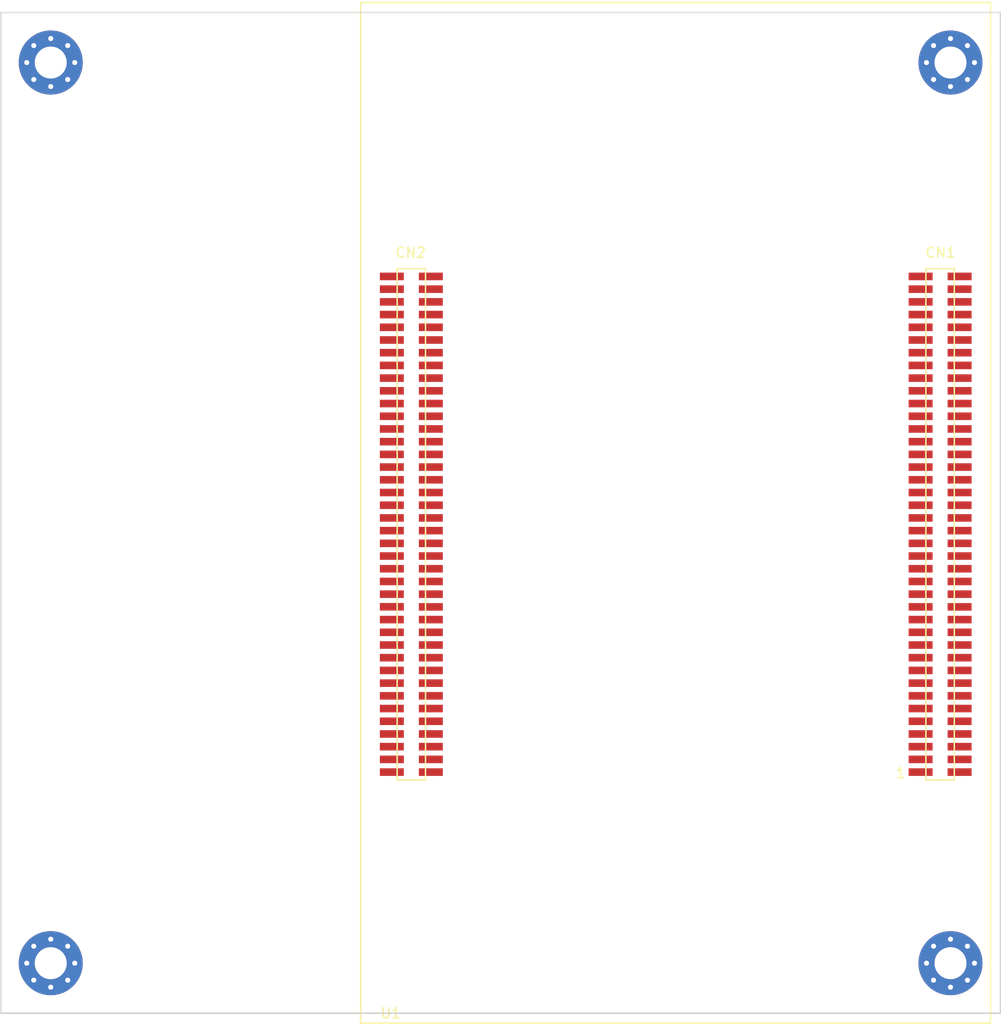
<source format=kicad_pcb>
(kicad_pcb (version 4) (host pcbnew 4.0.5-e0-6337~49~ubuntu16.04.1)

  (general
    (links 24)
    (no_connects 24)
    (area 83.924999 41.924999 184.075001 142.075001)
    (thickness 1.6)
    (drawings 4)
    (tracks 0)
    (zones 0)
    (modules 5)
    (nets 137)
  )

  (page A4)
  (layers
    (0 F.Cu signal)
    (31 B.Cu signal)
    (32 B.Adhes user)
    (33 F.Adhes user)
    (34 B.Paste user)
    (35 F.Paste user)
    (36 B.SilkS user)
    (37 F.SilkS user)
    (38 B.Mask user)
    (39 F.Mask user)
    (40 Dwgs.User user)
    (41 Cmts.User user)
    (42 Eco1.User user)
    (43 Eco2.User user)
    (44 Edge.Cuts user)
    (45 Margin user)
    (46 B.CrtYd user)
    (47 F.CrtYd user)
    (48 B.Fab user)
    (49 F.Fab user)
  )

  (setup
    (last_trace_width 0.25)
    (trace_clearance 0.2)
    (zone_clearance 0.508)
    (zone_45_only no)
    (trace_min 0.2)
    (segment_width 0.2)
    (edge_width 0.15)
    (via_size 0.6)
    (via_drill 0.4)
    (via_min_size 0.4)
    (via_min_drill 0.3)
    (uvia_size 0.3)
    (uvia_drill 0.1)
    (uvias_allowed no)
    (uvia_min_size 0.2)
    (uvia_min_drill 0.1)
    (pcb_text_width 0.3)
    (pcb_text_size 1.5 1.5)
    (mod_edge_width 0.15)
    (mod_text_size 1 1)
    (mod_text_width 0.15)
    (pad_size 6.4 6.4)
    (pad_drill 3.2)
    (pad_to_mask_clearance 0.2)
    (aux_axis_origin 0 0)
    (visible_elements FFFFFF7F)
    (pcbplotparams
      (layerselection 0x00030_80000001)
      (usegerberextensions false)
      (excludeedgelayer true)
      (linewidth 0.100000)
      (plotframeref false)
      (viasonmask false)
      (mode 1)
      (useauxorigin false)
      (hpglpennumber 1)
      (hpglpenspeed 20)
      (hpglpendiameter 15)
      (hpglpenoverlay 2)
      (psnegative false)
      (psa4output false)
      (plotreference true)
      (plotvalue true)
      (plotinvisibletext false)
      (padsonsilk false)
      (subtractmaskfromsilk false)
      (outputformat 1)
      (mirror false)
      (drillshape 1)
      (scaleselection 1)
      (outputdirectory ""))
  )

  (net 0 "")
  (net 1 "Net-(U1-Pad159)")
  (net 2 GND)
  (net 3 "Net-(U1-Pad157)")
  (net 4 "Net-(U1-Pad158)")
  (net 5 "Net-(U1-Pad155)")
  (net 6 "Net-(U1-Pad156)")
  (net 7 "Net-(U1-Pad153)")
  (net 8 "Net-(U1-Pad154)")
  (net 9 "Net-(U1-Pad152)")
  (net 10 "Net-(U1-Pad149)")
  (net 11 "Net-(U1-Pad147)")
  (net 12 "Net-(U1-Pad148)")
  (net 13 "Net-(U1-Pad145)")
  (net 14 "Net-(U1-Pad146)")
  (net 15 "Net-(U1-Pad143)")
  (net 16 "Net-(U1-Pad144)")
  (net 17 "Net-(U1-Pad142)")
  (net 18 "Net-(U1-Pad139)")
  (net 19 "Net-(U1-Pad137)")
  (net 20 "Net-(U1-Pad138)")
  (net 21 "Net-(U1-Pad135)")
  (net 22 "Net-(U1-Pad136)")
  (net 23 "Net-(U1-Pad133)")
  (net 24 "Net-(U1-Pad134)")
  (net 25 "Net-(U1-Pad131)")
  (net 26 "Net-(U1-Pad132)")
  (net 27 "Net-(U1-Pad129)")
  (net 28 "Net-(U1-Pad127)")
  (net 29 "Net-(U1-Pad128)")
  (net 30 "Net-(U1-Pad125)")
  (net 31 "Net-(U1-Pad126)")
  (net 32 "Net-(U1-Pad123)")
  (net 33 "Net-(U1-Pad124)")
  (net 34 "Net-(U1-Pad122)")
  (net 35 "Net-(U1-Pad119)")
  (net 36 "Net-(U1-Pad117)")
  (net 37 "Net-(U1-Pad118)")
  (net 38 "Net-(U1-Pad115)")
  (net 39 "Net-(U1-Pad116)")
  (net 40 "Net-(U1-Pad113)")
  (net 41 "Net-(U1-Pad114)")
  (net 42 "Net-(U1-Pad112)")
  (net 43 "Net-(U1-Pad109)")
  (net 44 "Net-(U1-Pad107)")
  (net 45 "Net-(U1-Pad108)")
  (net 46 "Net-(U1-Pad105)")
  (net 47 "Net-(U1-Pad106)")
  (net 48 "Net-(U1-Pad104)")
  (net 49 "Net-(U1-Pad102)")
  (net 50 "Net-(U1-Pad99)")
  (net 51 "Net-(U1-Pad97)")
  (net 52 "Net-(U1-Pad98)")
  (net 53 "Net-(U1-Pad95)")
  (net 54 "Net-(U1-Pad96)")
  (net 55 "Net-(U1-Pad93)")
  (net 56 "Net-(U1-Pad94)")
  (net 57 "Net-(U1-Pad91)")
  (net 58 "Net-(U1-Pad92)")
  (net 59 "Net-(U1-Pad89)")
  (net 60 "Net-(U1-Pad87)")
  (net 61 "Net-(U1-Pad88)")
  (net 62 "Net-(U1-Pad85)")
  (net 63 "Net-(U1-Pad86)")
  (net 64 "Net-(U1-Pad83)")
  (net 65 "Net-(U1-Pad81)")
  (net 66 "Net-(U1-Pad79)")
  (net 67 "Net-(U1-Pad80)")
  (net 68 "Net-(U1-Pad77)")
  (net 69 "Net-(U1-Pad78)")
  (net 70 "Net-(U1-Pad75)")
  (net 71 "Net-(U1-Pad76)")
  (net 72 "Net-(U1-Pad73)")
  (net 73 "Net-(U1-Pad74)")
  (net 74 "Net-(U1-Pad71)")
  (net 75 "Net-(U1-Pad72)")
  (net 76 "Net-(U1-Pad69)")
  (net 77 "Net-(U1-Pad70)")
  (net 78 "Net-(U1-Pad65)")
  (net 79 "Net-(U1-Pad66)")
  (net 80 "Net-(U1-Pad63)")
  (net 81 "Net-(U1-Pad64)")
  (net 82 "Net-(U1-Pad61)")
  (net 83 "Net-(U1-Pad62)")
  (net 84 "Net-(U1-Pad59)")
  (net 85 "Net-(U1-Pad60)")
  (net 86 "Net-(U1-Pad57)")
  (net 87 "Net-(U1-Pad58)")
  (net 88 "Net-(U1-Pad55)")
  (net 89 "Net-(U1-Pad56)")
  (net 90 "Net-(U1-Pad53)")
  (net 91 "Net-(U1-Pad51)")
  (net 92 "Net-(U1-Pad52)")
  (net 93 "Net-(U1-Pad49)")
  (net 94 "Net-(U1-Pad50)")
  (net 95 "Net-(U1-Pad47)")
  (net 96 "Net-(U1-Pad48)")
  (net 97 "Net-(U1-Pad45)")
  (net 98 "Net-(U1-Pad46)")
  (net 99 "Net-(U1-Pad43)")
  (net 100 "Net-(U1-Pad41)")
  (net 101 "Net-(U1-Pad42)")
  (net 102 "Net-(U1-Pad39)")
  (net 103 "Net-(U1-Pad40)")
  (net 104 "Net-(U1-Pad37)")
  (net 105 "Net-(U1-Pad38)")
  (net 106 "Net-(U1-Pad36)")
  (net 107 "Net-(U1-Pad33)")
  (net 108 "Net-(U1-Pad31)")
  (net 109 "Net-(U1-Pad32)")
  (net 110 "Net-(U1-Pad29)")
  (net 111 "Net-(U1-Pad30)")
  (net 112 "Net-(U1-Pad27)")
  (net 113 "Net-(U1-Pad28)")
  (net 114 "Net-(U1-Pad23)")
  (net 115 "Net-(U1-Pad21)")
  (net 116 "Net-(U1-Pad22)")
  (net 117 "Net-(U1-Pad19)")
  (net 118 "Net-(U1-Pad20)")
  (net 119 "Net-(U1-Pad17)")
  (net 120 "Net-(U1-Pad18)")
  (net 121 "Net-(U1-Pad16)")
  (net 122 "Net-(U1-Pad13)")
  (net 123 "Net-(U1-Pad14)")
  (net 124 "Net-(U1-Pad11)")
  (net 125 "Net-(U1-Pad12)")
  (net 126 "Net-(U1-Pad9)")
  (net 127 "Net-(U1-Pad10)")
  (net 128 "Net-(U1-Pad7)")
  (net 129 "Net-(U1-Pad8)")
  (net 130 "Net-(U1-Pad5)")
  (net 131 "Net-(U1-Pad6)")
  (net 132 "Net-(U1-Pad3)")
  (net 133 "Net-(U1-Pad1)")
  (net 134 "Net-(U1-Pad103)")
  (net 135 "Net-(U1-Pad26)")
  (net 136 "Net-(U1-Pad15)")

  (net_class Default "This is the default net class."
    (clearance 0.2)
    (trace_width 0.25)
    (via_dia 0.6)
    (via_drill 0.4)
    (uvia_dia 0.3)
    (uvia_drill 0.1)
    (add_net GND)
    (add_net "Net-(U1-Pad1)")
    (add_net "Net-(U1-Pad10)")
    (add_net "Net-(U1-Pad102)")
    (add_net "Net-(U1-Pad103)")
    (add_net "Net-(U1-Pad104)")
    (add_net "Net-(U1-Pad105)")
    (add_net "Net-(U1-Pad106)")
    (add_net "Net-(U1-Pad107)")
    (add_net "Net-(U1-Pad108)")
    (add_net "Net-(U1-Pad109)")
    (add_net "Net-(U1-Pad11)")
    (add_net "Net-(U1-Pad112)")
    (add_net "Net-(U1-Pad113)")
    (add_net "Net-(U1-Pad114)")
    (add_net "Net-(U1-Pad115)")
    (add_net "Net-(U1-Pad116)")
    (add_net "Net-(U1-Pad117)")
    (add_net "Net-(U1-Pad118)")
    (add_net "Net-(U1-Pad119)")
    (add_net "Net-(U1-Pad12)")
    (add_net "Net-(U1-Pad122)")
    (add_net "Net-(U1-Pad123)")
    (add_net "Net-(U1-Pad124)")
    (add_net "Net-(U1-Pad125)")
    (add_net "Net-(U1-Pad126)")
    (add_net "Net-(U1-Pad127)")
    (add_net "Net-(U1-Pad128)")
    (add_net "Net-(U1-Pad129)")
    (add_net "Net-(U1-Pad13)")
    (add_net "Net-(U1-Pad131)")
    (add_net "Net-(U1-Pad132)")
    (add_net "Net-(U1-Pad133)")
    (add_net "Net-(U1-Pad134)")
    (add_net "Net-(U1-Pad135)")
    (add_net "Net-(U1-Pad136)")
    (add_net "Net-(U1-Pad137)")
    (add_net "Net-(U1-Pad138)")
    (add_net "Net-(U1-Pad139)")
    (add_net "Net-(U1-Pad14)")
    (add_net "Net-(U1-Pad142)")
    (add_net "Net-(U1-Pad143)")
    (add_net "Net-(U1-Pad144)")
    (add_net "Net-(U1-Pad145)")
    (add_net "Net-(U1-Pad146)")
    (add_net "Net-(U1-Pad147)")
    (add_net "Net-(U1-Pad148)")
    (add_net "Net-(U1-Pad149)")
    (add_net "Net-(U1-Pad15)")
    (add_net "Net-(U1-Pad152)")
    (add_net "Net-(U1-Pad153)")
    (add_net "Net-(U1-Pad154)")
    (add_net "Net-(U1-Pad155)")
    (add_net "Net-(U1-Pad156)")
    (add_net "Net-(U1-Pad157)")
    (add_net "Net-(U1-Pad158)")
    (add_net "Net-(U1-Pad159)")
    (add_net "Net-(U1-Pad16)")
    (add_net "Net-(U1-Pad17)")
    (add_net "Net-(U1-Pad18)")
    (add_net "Net-(U1-Pad19)")
    (add_net "Net-(U1-Pad20)")
    (add_net "Net-(U1-Pad21)")
    (add_net "Net-(U1-Pad22)")
    (add_net "Net-(U1-Pad23)")
    (add_net "Net-(U1-Pad26)")
    (add_net "Net-(U1-Pad27)")
    (add_net "Net-(U1-Pad28)")
    (add_net "Net-(U1-Pad29)")
    (add_net "Net-(U1-Pad3)")
    (add_net "Net-(U1-Pad30)")
    (add_net "Net-(U1-Pad31)")
    (add_net "Net-(U1-Pad32)")
    (add_net "Net-(U1-Pad33)")
    (add_net "Net-(U1-Pad36)")
    (add_net "Net-(U1-Pad37)")
    (add_net "Net-(U1-Pad38)")
    (add_net "Net-(U1-Pad39)")
    (add_net "Net-(U1-Pad40)")
    (add_net "Net-(U1-Pad41)")
    (add_net "Net-(U1-Pad42)")
    (add_net "Net-(U1-Pad43)")
    (add_net "Net-(U1-Pad45)")
    (add_net "Net-(U1-Pad46)")
    (add_net "Net-(U1-Pad47)")
    (add_net "Net-(U1-Pad48)")
    (add_net "Net-(U1-Pad49)")
    (add_net "Net-(U1-Pad5)")
    (add_net "Net-(U1-Pad50)")
    (add_net "Net-(U1-Pad51)")
    (add_net "Net-(U1-Pad52)")
    (add_net "Net-(U1-Pad53)")
    (add_net "Net-(U1-Pad55)")
    (add_net "Net-(U1-Pad56)")
    (add_net "Net-(U1-Pad57)")
    (add_net "Net-(U1-Pad58)")
    (add_net "Net-(U1-Pad59)")
    (add_net "Net-(U1-Pad6)")
    (add_net "Net-(U1-Pad60)")
    (add_net "Net-(U1-Pad61)")
    (add_net "Net-(U1-Pad62)")
    (add_net "Net-(U1-Pad63)")
    (add_net "Net-(U1-Pad64)")
    (add_net "Net-(U1-Pad65)")
    (add_net "Net-(U1-Pad66)")
    (add_net "Net-(U1-Pad69)")
    (add_net "Net-(U1-Pad7)")
    (add_net "Net-(U1-Pad70)")
    (add_net "Net-(U1-Pad71)")
    (add_net "Net-(U1-Pad72)")
    (add_net "Net-(U1-Pad73)")
    (add_net "Net-(U1-Pad74)")
    (add_net "Net-(U1-Pad75)")
    (add_net "Net-(U1-Pad76)")
    (add_net "Net-(U1-Pad77)")
    (add_net "Net-(U1-Pad78)")
    (add_net "Net-(U1-Pad79)")
    (add_net "Net-(U1-Pad8)")
    (add_net "Net-(U1-Pad80)")
    (add_net "Net-(U1-Pad81)")
    (add_net "Net-(U1-Pad83)")
    (add_net "Net-(U1-Pad85)")
    (add_net "Net-(U1-Pad86)")
    (add_net "Net-(U1-Pad87)")
    (add_net "Net-(U1-Pad88)")
    (add_net "Net-(U1-Pad89)")
    (add_net "Net-(U1-Pad9)")
    (add_net "Net-(U1-Pad91)")
    (add_net "Net-(U1-Pad92)")
    (add_net "Net-(U1-Pad93)")
    (add_net "Net-(U1-Pad94)")
    (add_net "Net-(U1-Pad95)")
    (add_net "Net-(U1-Pad96)")
    (add_net "Net-(U1-Pad97)")
    (add_net "Net-(U1-Pad98)")
    (add_net "Net-(U1-Pad99)")
  )

  (module Mounting_Holes:MountingHole_3.2mm_M3_Pad_Via (layer F.Cu) (tedit 58B43607) (tstamp 58B4363C)
    (at 89 47)
    (descr "Mounting Hole 3.2mm, M3")
    (tags "mounting hole 3.2mm m3")
    (fp_text reference REF** (at 0 -4.2) (layer F.SilkS) hide
      (effects (font (size 1 1) (thickness 0.15)))
    )
    (fp_text value MountingHole_3.2mm_M3_Pad_Via (at 0 4.2) (layer F.Fab) hide
      (effects (font (size 1 1) (thickness 0.15)))
    )
    (fp_circle (center 0 0) (end 3.2 0) (layer Cmts.User) (width 0.15))
    (fp_circle (center 0 0) (end 3.45 0) (layer F.CrtYd) (width 0.05))
    (pad 1 thru_hole circle (at 0 0) (size 6.4 6.4) (drill 3.2) (layers *.Cu *.Mask))
    (pad "" thru_hole circle (at 2.4 0) (size 0.6 0.6) (drill 0.5) (layers *.Cu *.Mask))
    (pad "" thru_hole circle (at 1.697056 1.697056) (size 0.6 0.6) (drill 0.5) (layers *.Cu *.Mask))
    (pad "" thru_hole circle (at 0 2.4) (size 0.6 0.6) (drill 0.5) (layers *.Cu *.Mask))
    (pad "" thru_hole circle (at -1.697056 1.697056) (size 0.6 0.6) (drill 0.5) (layers *.Cu *.Mask))
    (pad "" thru_hole circle (at -2.4 0) (size 0.6 0.6) (drill 0.5) (layers *.Cu *.Mask))
    (pad "" thru_hole circle (at -1.697056 -1.697056) (size 0.6 0.6) (drill 0.5) (layers *.Cu *.Mask))
    (pad "" thru_hole circle (at 0 -2.4) (size 0.6 0.6) (drill 0.5) (layers *.Cu *.Mask))
    (pad "" thru_hole circle (at 1.697056 -1.697056) (size 0.6 0.6) (drill 0.5) (layers *.Cu *.Mask))
  )

  (module Mounting_Holes:MountingHole_3.2mm_M3_Pad_Via (layer F.Cu) (tedit 58B43607) (tstamp 58B4362E)
    (at 179 137)
    (descr "Mounting Hole 3.2mm, M3")
    (tags "mounting hole 3.2mm m3")
    (fp_text reference REF** (at 0 -4.2) (layer F.SilkS) hide
      (effects (font (size 1 1) (thickness 0.15)))
    )
    (fp_text value MountingHole_3.2mm_M3_Pad_Via (at 0 4.2) (layer F.Fab) hide
      (effects (font (size 1 1) (thickness 0.15)))
    )
    (fp_circle (center 0 0) (end 3.2 0) (layer Cmts.User) (width 0.15))
    (fp_circle (center 0 0) (end 3.45 0) (layer F.CrtYd) (width 0.05))
    (pad 1 thru_hole circle (at 0 0) (size 6.4 6.4) (drill 3.2) (layers *.Cu *.Mask))
    (pad "" thru_hole circle (at 2.4 0) (size 0.6 0.6) (drill 0.5) (layers *.Cu *.Mask))
    (pad "" thru_hole circle (at 1.697056 1.697056) (size 0.6 0.6) (drill 0.5) (layers *.Cu *.Mask))
    (pad "" thru_hole circle (at 0 2.4) (size 0.6 0.6) (drill 0.5) (layers *.Cu *.Mask))
    (pad "" thru_hole circle (at -1.697056 1.697056) (size 0.6 0.6) (drill 0.5) (layers *.Cu *.Mask))
    (pad "" thru_hole circle (at -2.4 0) (size 0.6 0.6) (drill 0.5) (layers *.Cu *.Mask))
    (pad "" thru_hole circle (at -1.697056 -1.697056) (size 0.6 0.6) (drill 0.5) (layers *.Cu *.Mask))
    (pad "" thru_hole circle (at 0 -2.4) (size 0.6 0.6) (drill 0.5) (layers *.Cu *.Mask))
    (pad "" thru_hole circle (at 1.697056 -1.697056) (size 0.6 0.6) (drill 0.5) (layers *.Cu *.Mask))
  )

  (module Mounting_Holes:MountingHole_3.2mm_M3_Pad_Via (layer F.Cu) (tedit 58B43607) (tstamp 58B43620)
    (at 179 47)
    (descr "Mounting Hole 3.2mm, M3")
    (tags "mounting hole 3.2mm m3")
    (fp_text reference REF** (at 0 -4.2) (layer F.SilkS) hide
      (effects (font (size 1 1) (thickness 0.15)))
    )
    (fp_text value MountingHole_3.2mm_M3_Pad_Via (at 0 4.2) (layer F.Fab) hide
      (effects (font (size 1 1) (thickness 0.15)))
    )
    (fp_circle (center 0 0) (end 3.2 0) (layer Cmts.User) (width 0.15))
    (fp_circle (center 0 0) (end 3.45 0) (layer F.CrtYd) (width 0.05))
    (pad 1 thru_hole circle (at 0 0) (size 6.4 6.4) (drill 3.2) (layers *.Cu *.Mask))
    (pad "" thru_hole circle (at 2.4 0) (size 0.6 0.6) (drill 0.5) (layers *.Cu *.Mask))
    (pad "" thru_hole circle (at 1.697056 1.697056) (size 0.6 0.6) (drill 0.5) (layers *.Cu *.Mask))
    (pad "" thru_hole circle (at 0 2.4) (size 0.6 0.6) (drill 0.5) (layers *.Cu *.Mask))
    (pad "" thru_hole circle (at -1.697056 1.697056) (size 0.6 0.6) (drill 0.5) (layers *.Cu *.Mask))
    (pad "" thru_hole circle (at -2.4 0) (size 0.6 0.6) (drill 0.5) (layers *.Cu *.Mask))
    (pad "" thru_hole circle (at -1.697056 -1.697056) (size 0.6 0.6) (drill 0.5) (layers *.Cu *.Mask))
    (pad "" thru_hole circle (at 0 -2.4) (size 0.6 0.6) (drill 0.5) (layers *.Cu *.Mask))
    (pad "" thru_hole circle (at 1.697056 -1.697056) (size 0.6 0.6) (drill 0.5) (layers *.Cu *.Mask))
  )

  (module Z-turn:Z-turn (layer F.Cu) (tedit 58B430F2) (tstamp 58B44328)
    (at 120 41)
    (path /58AFFA5C/58AFFAB6)
    (fp_text reference U1 (at 3 101) (layer F.SilkS)
      (effects (font (size 1 1) (thickness 0.15)))
    )
    (fp_text value Z-turn (at 3 99) (layer F.Fab)
      (effects (font (size 1 1) (thickness 0.15)))
    )
    (fp_text user 1 (at 54 77) (layer F.SilkS)
      (effects (font (size 1 1) (thickness 0.15)))
    )
    (fp_line (start 56.54 26.59) (end 59.38 26.59) (layer F.SilkS) (width 0.15))
    (fp_line (start 59.38 26.59) (end 59.38 77.69) (layer F.SilkS) (width 0.15))
    (fp_line (start 56.54 77.69) (end 59.38 77.69) (layer F.SilkS) (width 0.15))
    (fp_line (start 56.54 26.59) (end 56.54 77.69) (layer F.SilkS) (width 0.15))
    (fp_line (start 3.65 26.59) (end 6.49 26.59) (layer F.SilkS) (width 0.15))
    (fp_line (start 6.49 26.59) (end 6.49 77.69) (layer F.SilkS) (width 0.15))
    (fp_line (start 3.65 77.69) (end 6.49 77.69) (layer F.SilkS) (width 0.15))
    (fp_line (start 3.65 26.59) (end 3.65 77.69) (layer F.SilkS) (width 0.15))
    (fp_text user CN1 (at 58 25) (layer F.SilkS)
      (effects (font (size 1 1) (thickness 0.15)))
    )
    (fp_text user CN2 (at 5 25) (layer F.SilkS)
      (effects (font (size 1 1) (thickness 0.15)))
    )
    (fp_line (start 0 0) (end 63 0) (layer F.SilkS) (width 0.15))
    (fp_line (start 63 0) (end 63 102) (layer F.SilkS) (width 0.15))
    (fp_line (start 63 102) (end 0 102) (layer F.SilkS) (width 0.15))
    (fp_line (start 0 102) (end 0 0) (layer F.SilkS) (width 0.15))
    (pad 159 smd rect (at 3.12 27.375) (size 2.4 0.76) (layers F.Cu F.Paste F.Mask)
      (net 1 "Net-(U1-Pad159)"))
    (pad 160 smd rect (at 7.02 27.375) (size 2.4 0.76) (layers F.Cu F.Paste F.Mask)
      (net 2 GND))
    (pad 157 smd rect (at 3.12 28.645) (size 2.4 0.76) (layers F.Cu F.Paste F.Mask)
      (net 3 "Net-(U1-Pad157)"))
    (pad 158 smd rect (at 7.02 28.645) (size 2.4 0.76) (layers F.Cu F.Paste F.Mask)
      (net 4 "Net-(U1-Pad158)"))
    (pad 155 smd rect (at 3.12 29.915) (size 2.4 0.76) (layers F.Cu F.Paste F.Mask)
      (net 5 "Net-(U1-Pad155)"))
    (pad 156 smd rect (at 7.02 29.915) (size 2.4 0.76) (layers F.Cu F.Paste F.Mask)
      (net 6 "Net-(U1-Pad156)"))
    (pad 153 smd rect (at 3.12 31.185) (size 2.4 0.76) (layers F.Cu F.Paste F.Mask)
      (net 7 "Net-(U1-Pad153)"))
    (pad 154 smd rect (at 7.02 31.185) (size 2.4 0.76) (layers F.Cu F.Paste F.Mask)
      (net 8 "Net-(U1-Pad154)"))
    (pad 151 smd rect (at 3.12 32.455) (size 2.4 0.76) (layers F.Cu F.Paste F.Mask)
      (net 2 GND))
    (pad 152 smd rect (at 7.02 32.455) (size 2.4 0.76) (layers F.Cu F.Paste F.Mask)
      (net 9 "Net-(U1-Pad152)"))
    (pad 149 smd rect (at 3.12 33.725) (size 2.4 0.76) (layers F.Cu F.Paste F.Mask)
      (net 10 "Net-(U1-Pad149)"))
    (pad 150 smd rect (at 7.02 33.725) (size 2.4 0.76) (layers F.Cu F.Paste F.Mask)
      (net 2 GND))
    (pad 147 smd rect (at 3.12 34.995) (size 2.4 0.76) (layers F.Cu F.Paste F.Mask)
      (net 11 "Net-(U1-Pad147)"))
    (pad 148 smd rect (at 7.02 34.995) (size 2.4 0.76) (layers F.Cu F.Paste F.Mask)
      (net 12 "Net-(U1-Pad148)"))
    (pad 145 smd rect (at 3.12 36.265) (size 2.4 0.76) (layers F.Cu F.Paste F.Mask)
      (net 13 "Net-(U1-Pad145)"))
    (pad 146 smd rect (at 7.02 36.265) (size 2.4 0.76) (layers F.Cu F.Paste F.Mask)
      (net 14 "Net-(U1-Pad146)"))
    (pad 143 smd rect (at 3.12 37.535) (size 2.4 0.76) (layers F.Cu F.Paste F.Mask)
      (net 15 "Net-(U1-Pad143)"))
    (pad 144 smd rect (at 7.02 37.535) (size 2.4 0.76) (layers F.Cu F.Paste F.Mask)
      (net 16 "Net-(U1-Pad144)"))
    (pad 141 smd rect (at 3.12 38.805) (size 2.4 0.76) (layers F.Cu F.Paste F.Mask)
      (net 2 GND))
    (pad 142 smd rect (at 7.02 38.805) (size 2.4 0.76) (layers F.Cu F.Paste F.Mask)
      (net 17 "Net-(U1-Pad142)"))
    (pad 139 smd rect (at 3.12 40.075) (size 2.4 0.76) (layers F.Cu F.Paste F.Mask)
      (net 18 "Net-(U1-Pad139)"))
    (pad 140 smd rect (at 7.02 40.075) (size 2.4 0.76) (layers F.Cu F.Paste F.Mask)
      (net 2 GND))
    (pad 137 smd rect (at 3.12 41.345) (size 2.4 0.76) (layers F.Cu F.Paste F.Mask)
      (net 19 "Net-(U1-Pad137)"))
    (pad 138 smd rect (at 7.02 41.345) (size 2.4 0.76) (layers F.Cu F.Paste F.Mask)
      (net 20 "Net-(U1-Pad138)"))
    (pad 135 smd rect (at 3.12 42.615) (size 2.4 0.76) (layers F.Cu F.Paste F.Mask)
      (net 21 "Net-(U1-Pad135)"))
    (pad 136 smd rect (at 7.02 42.615) (size 2.4 0.76) (layers F.Cu F.Paste F.Mask)
      (net 22 "Net-(U1-Pad136)"))
    (pad 133 smd rect (at 3.12 43.885) (size 2.4 0.76) (layers F.Cu F.Paste F.Mask)
      (net 23 "Net-(U1-Pad133)"))
    (pad 134 smd rect (at 7.02 43.885) (size 2.4 0.76) (layers F.Cu F.Paste F.Mask)
      (net 24 "Net-(U1-Pad134)"))
    (pad 131 smd rect (at 3.12 45.155) (size 2.4 0.76) (layers F.Cu F.Paste F.Mask)
      (net 25 "Net-(U1-Pad131)"))
    (pad 132 smd rect (at 7.02 45.155) (size 2.4 0.76) (layers F.Cu F.Paste F.Mask)
      (net 26 "Net-(U1-Pad132)"))
    (pad 129 smd rect (at 3.12 46.425) (size 2.4 0.76) (layers F.Cu F.Paste F.Mask)
      (net 27 "Net-(U1-Pad129)"))
    (pad 130 smd rect (at 7.02 46.425) (size 2.4 0.76) (layers F.Cu F.Paste F.Mask)
      (net 2 GND))
    (pad 127 smd rect (at 3.12 47.695) (size 2.4 0.76) (layers F.Cu F.Paste F.Mask)
      (net 28 "Net-(U1-Pad127)"))
    (pad 128 smd rect (at 7.02 47.695) (size 2.4 0.76) (layers F.Cu F.Paste F.Mask)
      (net 29 "Net-(U1-Pad128)"))
    (pad 125 smd rect (at 3.12 48.965) (size 2.4 0.76) (layers F.Cu F.Paste F.Mask)
      (net 30 "Net-(U1-Pad125)"))
    (pad 126 smd rect (at 7.02 48.965) (size 2.4 0.76) (layers F.Cu F.Paste F.Mask)
      (net 31 "Net-(U1-Pad126)"))
    (pad 123 smd rect (at 3.12 50.235) (size 2.4 0.76) (layers F.Cu F.Paste F.Mask)
      (net 32 "Net-(U1-Pad123)"))
    (pad 124 smd rect (at 7.02 50.235) (size 2.4 0.76) (layers F.Cu F.Paste F.Mask)
      (net 33 "Net-(U1-Pad124)"))
    (pad 121 smd rect (at 3.12 51.505) (size 2.4 0.76) (layers F.Cu F.Paste F.Mask)
      (net 2 GND))
    (pad 122 smd rect (at 7.02 51.505) (size 2.4 0.76) (layers F.Cu F.Paste F.Mask)
      (net 34 "Net-(U1-Pad122)"))
    (pad 119 smd rect (at 3.12 52.775) (size 2.4 0.76) (layers F.Cu F.Paste F.Mask)
      (net 35 "Net-(U1-Pad119)"))
    (pad 120 smd rect (at 7.02 52.775) (size 2.4 0.76) (layers F.Cu F.Paste F.Mask)
      (net 2 GND))
    (pad 117 smd rect (at 3.12 54.045) (size 2.4 0.76) (layers F.Cu F.Paste F.Mask)
      (net 36 "Net-(U1-Pad117)"))
    (pad 118 smd rect (at 7.02 54.045) (size 2.4 0.76) (layers F.Cu F.Paste F.Mask)
      (net 37 "Net-(U1-Pad118)"))
    (pad 115 smd rect (at 3.12 55.315) (size 2.4 0.76) (layers F.Cu F.Paste F.Mask)
      (net 38 "Net-(U1-Pad115)"))
    (pad 116 smd rect (at 7.02 55.315) (size 2.4 0.76) (layers F.Cu F.Paste F.Mask)
      (net 39 "Net-(U1-Pad116)"))
    (pad 113 smd rect (at 3.12 56.585) (size 2.4 0.76) (layers F.Cu F.Paste F.Mask)
      (net 40 "Net-(U1-Pad113)"))
    (pad 114 smd rect (at 7.02 56.585) (size 2.4 0.76) (layers F.Cu F.Paste F.Mask)
      (net 41 "Net-(U1-Pad114)"))
    (pad 111 smd rect (at 3.12 57.855) (size 2.4 0.76) (layers F.Cu F.Paste F.Mask)
      (net 2 GND))
    (pad 112 smd rect (at 7.02 57.855) (size 2.4 0.76) (layers F.Cu F.Paste F.Mask)
      (net 42 "Net-(U1-Pad112)"))
    (pad 109 smd rect (at 3.12 59.125) (size 2.4 0.76) (layers F.Cu F.Paste F.Mask)
      (net 43 "Net-(U1-Pad109)"))
    (pad 110 smd rect (at 7.02 59.125) (size 2.4 0.76) (layers F.Cu F.Paste F.Mask)
      (net 2 GND))
    (pad 107 smd rect (at 3.12 60.385) (size 2.4 0.76) (layers F.Cu F.Paste F.Mask)
      (net 44 "Net-(U1-Pad107)"))
    (pad 108 smd rect (at 7.02 60.395) (size 2.4 0.76) (layers F.Cu F.Paste F.Mask)
      (net 45 "Net-(U1-Pad108)"))
    (pad 105 smd rect (at 3.12 61.665) (size 2.4 0.76) (layers F.Cu F.Paste F.Mask)
      (net 46 "Net-(U1-Pad105)"))
    (pad 106 smd rect (at 7.02 61.665) (size 2.4 0.76) (layers F.Cu F.Paste F.Mask)
      (net 47 "Net-(U1-Pad106)"))
    (pad 103 smd rect (at 3.12 62.935) (size 2.4 0.76) (layers F.Cu F.Paste F.Mask)
      (net 134 "Net-(U1-Pad103)"))
    (pad 104 smd rect (at 7.02 62.935) (size 2.4 0.76) (layers F.Cu F.Paste F.Mask)
      (net 48 "Net-(U1-Pad104)"))
    (pad 101 smd rect (at 3.12 64.205) (size 2.4 0.76) (layers F.Cu F.Paste F.Mask)
      (net 2 GND))
    (pad 102 smd rect (at 7.02 64.205) (size 2.4 0.76) (layers F.Cu F.Paste F.Mask)
      (net 49 "Net-(U1-Pad102)"))
    (pad 99 smd rect (at 3.12 65.475) (size 2.4 0.76) (layers F.Cu F.Paste F.Mask)
      (net 50 "Net-(U1-Pad99)"))
    (pad 100 smd rect (at 7.02 65.475) (size 2.4 0.76) (layers F.Cu F.Paste F.Mask)
      (net 2 GND))
    (pad 97 smd rect (at 3.12 66.745) (size 2.4 0.76) (layers F.Cu F.Paste F.Mask)
      (net 51 "Net-(U1-Pad97)"))
    (pad 98 smd rect (at 7.02 66.745) (size 2.4 0.76) (layers F.Cu F.Paste F.Mask)
      (net 52 "Net-(U1-Pad98)"))
    (pad 95 smd rect (at 3.12 68.015) (size 2.4 0.76) (layers F.Cu F.Paste F.Mask)
      (net 53 "Net-(U1-Pad95)"))
    (pad 96 smd rect (at 7.02 68.015) (size 2.4 0.76) (layers F.Cu F.Paste F.Mask)
      (net 54 "Net-(U1-Pad96)"))
    (pad 93 smd rect (at 3.12 69.285) (size 2.4 0.76) (layers F.Cu F.Paste F.Mask)
      (net 55 "Net-(U1-Pad93)"))
    (pad 94 smd rect (at 7.02 69.285) (size 2.4 0.76) (layers F.Cu F.Paste F.Mask)
      (net 56 "Net-(U1-Pad94)"))
    (pad 91 smd rect (at 3.12 70.555) (size 2.4 0.76) (layers F.Cu F.Paste F.Mask)
      (net 57 "Net-(U1-Pad91)"))
    (pad 92 smd rect (at 7.02 70.555) (size 2.4 0.76) (layers F.Cu F.Paste F.Mask)
      (net 58 "Net-(U1-Pad92)"))
    (pad 89 smd rect (at 3.12 71.825) (size 2.4 0.76) (layers F.Cu F.Paste F.Mask)
      (net 59 "Net-(U1-Pad89)"))
    (pad 90 smd rect (at 7.02 71.825) (size 2.4 0.76) (layers F.Cu F.Paste F.Mask)
      (net 2 GND))
    (pad 87 smd rect (at 3.12 73.095) (size 2.4 0.76) (layers F.Cu F.Paste F.Mask)
      (net 60 "Net-(U1-Pad87)"))
    (pad 88 smd rect (at 7.02 73.095) (size 2.4 0.76) (layers F.Cu F.Paste F.Mask)
      (net 61 "Net-(U1-Pad88)"))
    (pad 85 smd rect (at 3.12 74.365) (size 2.4 0.76) (layers F.Cu F.Paste F.Mask)
      (net 62 "Net-(U1-Pad85)"))
    (pad 86 smd rect (at 7.02 74.365) (size 2.4 0.76) (layers F.Cu F.Paste F.Mask)
      (net 63 "Net-(U1-Pad86)"))
    (pad 83 smd rect (at 3.12 75.635) (size 2.4 0.76) (layers F.Cu F.Paste F.Mask)
      (net 64 "Net-(U1-Pad83)"))
    (pad 84 smd rect (at 7.02 75.635) (size 2.4 0.76) (layers F.Cu F.Paste F.Mask)
      (net 2 GND))
    (pad 81 smd rect (at 3.12 76.905) (size 2.4 0.76) (layers F.Cu F.Paste F.Mask)
      (net 65 "Net-(U1-Pad81)"))
    (pad 82 smd rect (at 7.02 76.905) (size 2.4 0.76) (layers F.Cu F.Paste F.Mask)
      (net 2 GND))
    (pad 79 smd rect (at 56.01 27.375) (size 2.4 0.76) (layers F.Cu F.Paste F.Mask)
      (net 66 "Net-(U1-Pad79)"))
    (pad 80 smd rect (at 59.91 27.375) (size 2.4 0.76) (layers F.Cu F.Paste F.Mask)
      (net 67 "Net-(U1-Pad80)"))
    (pad 77 smd rect (at 56.01 28.645) (size 2.4 0.76) (layers F.Cu F.Paste F.Mask)
      (net 68 "Net-(U1-Pad77)"))
    (pad 78 smd rect (at 59.91 28.645) (size 2.4 0.76) (layers F.Cu F.Paste F.Mask)
      (net 69 "Net-(U1-Pad78)"))
    (pad 75 smd rect (at 56.01 29.915) (size 2.4 0.76) (layers F.Cu F.Paste F.Mask)
      (net 70 "Net-(U1-Pad75)"))
    (pad 76 smd rect (at 59.91 29.915) (size 2.4 0.76) (layers F.Cu F.Paste F.Mask)
      (net 71 "Net-(U1-Pad76)"))
    (pad 73 smd rect (at 56.01 31.185) (size 2.4 0.76) (layers F.Cu F.Paste F.Mask)
      (net 72 "Net-(U1-Pad73)"))
    (pad 74 smd rect (at 59.91 31.185) (size 2.4 0.76) (layers F.Cu F.Paste F.Mask)
      (net 73 "Net-(U1-Pad74)"))
    (pad 71 smd rect (at 56.01 32.455) (size 2.4 0.76) (layers F.Cu F.Paste F.Mask)
      (net 74 "Net-(U1-Pad71)"))
    (pad 72 smd rect (at 59.91 32.455) (size 2.4 0.76) (layers F.Cu F.Paste F.Mask)
      (net 75 "Net-(U1-Pad72)"))
    (pad 69 smd rect (at 56.01 33.725) (size 2.4 0.76) (layers F.Cu F.Paste F.Mask)
      (net 76 "Net-(U1-Pad69)"))
    (pad 70 smd rect (at 59.91 33.725) (size 2.4 0.76) (layers F.Cu F.Paste F.Mask)
      (net 77 "Net-(U1-Pad70)"))
    (pad 67 smd rect (at 56.01 34.995) (size 2.4 0.76) (layers F.Cu F.Paste F.Mask)
      (net 2 GND))
    (pad 68 smd rect (at 59.91 34.995) (size 2.4 0.76) (layers F.Cu F.Paste F.Mask)
      (net 2 GND))
    (pad 65 smd rect (at 56.01 36.265) (size 2.4 0.76) (layers F.Cu F.Paste F.Mask)
      (net 78 "Net-(U1-Pad65)"))
    (pad 66 smd rect (at 59.91 36.265) (size 2.4 0.76) (layers F.Cu F.Paste F.Mask)
      (net 79 "Net-(U1-Pad66)"))
    (pad 63 smd rect (at 56.01 37.535) (size 2.4 0.76) (layers F.Cu F.Paste F.Mask)
      (net 80 "Net-(U1-Pad63)"))
    (pad 64 smd rect (at 59.91 37.535) (size 2.4 0.76) (layers F.Cu F.Paste F.Mask)
      (net 81 "Net-(U1-Pad64)"))
    (pad 61 smd rect (at 56.01 38.805) (size 2.4 0.76) (layers F.Cu F.Paste F.Mask)
      (net 82 "Net-(U1-Pad61)"))
    (pad 62 smd rect (at 59.91 38.805) (size 2.4 0.76) (layers F.Cu F.Paste F.Mask)
      (net 83 "Net-(U1-Pad62)"))
    (pad 59 smd rect (at 56.01 40.075) (size 2.4 0.76) (layers F.Cu F.Paste F.Mask)
      (net 84 "Net-(U1-Pad59)"))
    (pad 60 smd rect (at 59.91 40.075) (size 2.4 0.76) (layers F.Cu F.Paste F.Mask)
      (net 85 "Net-(U1-Pad60)"))
    (pad 57 smd rect (at 56.01 41.345) (size 2.4 0.76) (layers F.Cu F.Paste F.Mask)
      (net 86 "Net-(U1-Pad57)"))
    (pad 58 smd rect (at 59.91 41.345) (size 2.4 0.76) (layers F.Cu F.Paste F.Mask)
      (net 87 "Net-(U1-Pad58)"))
    (pad 55 smd rect (at 56.01 42.615) (size 2.4 0.76) (layers F.Cu F.Paste F.Mask)
      (net 88 "Net-(U1-Pad55)"))
    (pad 56 smd rect (at 59.91 42.615) (size 2.4 0.76) (layers F.Cu F.Paste F.Mask)
      (net 89 "Net-(U1-Pad56)"))
    (pad 53 smd rect (at 56.01 43.885) (size 2.4 0.76) (layers F.Cu F.Paste F.Mask)
      (net 90 "Net-(U1-Pad53)"))
    (pad 54 smd rect (at 59.91 43.885) (size 2.4 0.76) (layers F.Cu F.Paste F.Mask)
      (net 2 GND))
    (pad 51 smd rect (at 56.01 45.155) (size 2.4 0.76) (layers F.Cu F.Paste F.Mask)
      (net 91 "Net-(U1-Pad51)"))
    (pad 52 smd rect (at 59.91 45.155) (size 2.4 0.76) (layers F.Cu F.Paste F.Mask)
      (net 92 "Net-(U1-Pad52)"))
    (pad 49 smd rect (at 56.01 46.425) (size 2.4 0.76) (layers F.Cu F.Paste F.Mask)
      (net 93 "Net-(U1-Pad49)"))
    (pad 50 smd rect (at 59.91 46.425) (size 2.4 0.76) (layers F.Cu F.Paste F.Mask)
      (net 94 "Net-(U1-Pad50)"))
    (pad 47 smd rect (at 56.01 47.695) (size 2.4 0.76) (layers F.Cu F.Paste F.Mask)
      (net 95 "Net-(U1-Pad47)"))
    (pad 48 smd rect (at 59.91 47.695) (size 2.4 0.76) (layers F.Cu F.Paste F.Mask)
      (net 96 "Net-(U1-Pad48)"))
    (pad 45 smd rect (at 56.01 48.965) (size 2.4 0.76) (layers F.Cu F.Paste F.Mask)
      (net 97 "Net-(U1-Pad45)"))
    (pad 46 smd rect (at 59.91 48.965) (size 2.4 0.76) (layers F.Cu F.Paste F.Mask)
      (net 98 "Net-(U1-Pad46)"))
    (pad 43 smd rect (at 56.01 50.235) (size 2.4 0.76) (layers F.Cu F.Paste F.Mask)
      (net 99 "Net-(U1-Pad43)"))
    (pad 44 smd rect (at 59.91 50.235) (size 2.4 0.76) (layers F.Cu F.Paste F.Mask)
      (net 2 GND))
    (pad 41 smd rect (at 56.01 51.505) (size 2.4 0.76) (layers F.Cu F.Paste F.Mask)
      (net 100 "Net-(U1-Pad41)"))
    (pad 42 smd rect (at 59.91 51.505) (size 2.4 0.76) (layers F.Cu F.Paste F.Mask)
      (net 101 "Net-(U1-Pad42)"))
    (pad 39 smd rect (at 56.01 52.775) (size 2.4 0.76) (layers F.Cu F.Paste F.Mask)
      (net 102 "Net-(U1-Pad39)"))
    (pad 40 smd rect (at 59.91 52.775) (size 2.4 0.76) (layers F.Cu F.Paste F.Mask)
      (net 103 "Net-(U1-Pad40)"))
    (pad 37 smd rect (at 56.01 54.045) (size 2.4 0.76) (layers F.Cu F.Paste F.Mask)
      (net 104 "Net-(U1-Pad37)"))
    (pad 38 smd rect (at 59.91 54.045) (size 2.4 0.76) (layers F.Cu F.Paste F.Mask)
      (net 105 "Net-(U1-Pad38)"))
    (pad 35 smd rect (at 56.01 55.315) (size 2.4 0.76) (layers F.Cu F.Paste F.Mask)
      (net 2 GND))
    (pad 36 smd rect (at 59.91 55.315) (size 2.4 0.76) (layers F.Cu F.Paste F.Mask)
      (net 106 "Net-(U1-Pad36)"))
    (pad 33 smd rect (at 56.01 56.585) (size 2.4 0.76) (layers F.Cu F.Paste F.Mask)
      (net 107 "Net-(U1-Pad33)"))
    (pad 34 smd rect (at 59.91 56.585) (size 2.4 0.76) (layers F.Cu F.Paste F.Mask)
      (net 2 GND))
    (pad 31 smd rect (at 56.01 57.855) (size 2.4 0.76) (layers F.Cu F.Paste F.Mask)
      (net 108 "Net-(U1-Pad31)"))
    (pad 32 smd rect (at 59.91 57.855) (size 2.4 0.76) (layers F.Cu F.Paste F.Mask)
      (net 109 "Net-(U1-Pad32)"))
    (pad 29 smd rect (at 56.01 59.125) (size 2.4 0.76) (layers F.Cu F.Paste F.Mask)
      (net 110 "Net-(U1-Pad29)"))
    (pad 30 smd rect (at 59.91 59.125) (size 2.4 0.76) (layers F.Cu F.Paste F.Mask)
      (net 111 "Net-(U1-Pad30)"))
    (pad 27 smd rect (at 56.01 60.395) (size 2.4 0.76) (layers F.Cu F.Paste F.Mask)
      (net 112 "Net-(U1-Pad27)"))
    (pad 28 smd rect (at 59.91 60.395) (size 2.4 0.76) (layers F.Cu F.Paste F.Mask)
      (net 113 "Net-(U1-Pad28)"))
    (pad 25 smd rect (at 56.01 61.665) (size 2.4 0.76) (layers F.Cu F.Paste F.Mask)
      (net 2 GND))
    (pad 26 smd rect (at 59.91 61.665) (size 2.4 0.76) (layers F.Cu F.Paste F.Mask)
      (net 135 "Net-(U1-Pad26)"))
    (pad 23 smd rect (at 56.01 62.935) (size 2.4 0.76) (layers F.Cu F.Paste F.Mask)
      (net 114 "Net-(U1-Pad23)"))
    (pad 24 smd rect (at 59.91 62.935) (size 2.4 0.76) (layers F.Cu F.Paste F.Mask)
      (net 2 GND))
    (pad 21 smd rect (at 56.01 64.205) (size 2.4 0.76) (layers F.Cu F.Paste F.Mask)
      (net 115 "Net-(U1-Pad21)"))
    (pad 22 smd rect (at 59.91 64.205) (size 2.4 0.76) (layers F.Cu F.Paste F.Mask)
      (net 116 "Net-(U1-Pad22)"))
    (pad 19 smd rect (at 56.01 65.475) (size 2.4 0.76) (layers F.Cu F.Paste F.Mask)
      (net 117 "Net-(U1-Pad19)"))
    (pad 20 smd rect (at 59.91 65.475) (size 2.4 0.76) (layers F.Cu F.Paste F.Mask)
      (net 118 "Net-(U1-Pad20)"))
    (pad 17 smd rect (at 56.01 66.745) (size 2.4 0.76) (layers F.Cu F.Paste F.Mask)
      (net 119 "Net-(U1-Pad17)"))
    (pad 18 smd rect (at 59.91 66.745) (size 2.4 0.76) (layers F.Cu F.Paste F.Mask)
      (net 120 "Net-(U1-Pad18)"))
    (pad 15 smd rect (at 56.01 68.015) (size 2.4 0.76) (layers F.Cu F.Paste F.Mask)
      (net 136 "Net-(U1-Pad15)"))
    (pad 16 smd rect (at 59.91 68.015) (size 2.4 0.76) (layers F.Cu F.Paste F.Mask)
      (net 121 "Net-(U1-Pad16)"))
    (pad 13 smd rect (at 56.01 69.285) (size 2.4 0.76) (layers F.Cu F.Paste F.Mask)
      (net 122 "Net-(U1-Pad13)"))
    (pad 14 smd rect (at 59.91 69.285) (size 2.4 0.76) (layers F.Cu F.Paste F.Mask)
      (net 123 "Net-(U1-Pad14)"))
    (pad 11 smd rect (at 56.01 70.555) (size 2.4 0.76) (layers F.Cu F.Paste F.Mask)
      (net 124 "Net-(U1-Pad11)"))
    (pad 12 smd rect (at 59.91 70.555) (size 2.4 0.76) (layers F.Cu F.Paste F.Mask)
      (net 125 "Net-(U1-Pad12)"))
    (pad 9 smd rect (at 56.01 71.825) (size 2.4 0.76) (layers F.Cu F.Paste F.Mask)
      (net 126 "Net-(U1-Pad9)"))
    (pad 10 smd rect (at 59.91 71.825) (size 2.4 0.76) (layers F.Cu F.Paste F.Mask)
      (net 127 "Net-(U1-Pad10)"))
    (pad 7 smd rect (at 56.01 73.095) (size 2.4 0.76) (layers F.Cu F.Paste F.Mask)
      (net 128 "Net-(U1-Pad7)"))
    (pad 8 smd rect (at 59.91 73.095) (size 2.4 0.76) (layers F.Cu F.Paste F.Mask)
      (net 129 "Net-(U1-Pad8)"))
    (pad 5 smd rect (at 56.01 74.365) (size 2.4 0.76) (layers F.Cu F.Paste F.Mask)
      (net 130 "Net-(U1-Pad5)"))
    (pad 6 smd rect (at 59.91 74.365) (size 2.4 0.76) (layers F.Cu F.Paste F.Mask)
      (net 131 "Net-(U1-Pad6)"))
    (pad 3 smd rect (at 56.01 75.635) (size 2.4 0.76) (layers F.Cu F.Paste F.Mask)
      (net 132 "Net-(U1-Pad3)"))
    (pad 4 smd rect (at 59.91 75.635) (size 2.4 0.76) (layers F.Cu F.Paste F.Mask)
      (net 2 GND))
    (pad 1 smd rect (at 56.01 76.905) (size 2.4 0.76) (layers F.Cu F.Paste F.Mask)
      (net 133 "Net-(U1-Pad1)"))
    (pad 2 smd rect (at 59.91 76.905) (size 2.4 0.76) (layers F.Cu F.Paste F.Mask)
      (net 2 GND))
  )

  (module Mounting_Holes:MountingHole_3.2mm_M3_Pad_Via (layer F.Cu) (tedit 58B43636) (tstamp 58B44974)
    (at 89 137)
    (descr "Mounting Hole 3.2mm, M3")
    (tags "mounting hole 3.2mm m3")
    (fp_text reference REF** (at 0 -4.2) (layer F.SilkS) hide
      (effects (font (size 1 1) (thickness 0.15)))
    )
    (fp_text value MountingHole_3.2mm_M3_Pad_Via (at 0 4.2) (layer F.Fab) hide
      (effects (font (size 1 1) (thickness 0.15)))
    )
    (fp_circle (center 0 0) (end 3.2 0) (layer Cmts.User) (width 0.15))
    (fp_circle (center 0 0) (end 3.45 0) (layer F.CrtYd) (width 0.05))
    (pad 1 thru_hole circle (at 0 0) (size 6.4 6.4) (drill 3.2) (layers *.Cu *.Mask))
    (pad "" thru_hole circle (at 2.4 0) (size 0.6 0.6) (drill 0.5) (layers *.Cu *.Mask))
    (pad "" thru_hole circle (at 1.697056 1.697056) (size 0.6 0.6) (drill 0.5) (layers *.Cu *.Mask))
    (pad "" thru_hole circle (at 0 2.4) (size 0.6 0.6) (drill 0.5) (layers *.Cu *.Mask))
    (pad "" thru_hole circle (at -1.697056 1.697056) (size 0.6 0.6) (drill 0.5) (layers *.Cu *.Mask))
    (pad "" thru_hole circle (at -2.4 0) (size 0.6 0.6) (drill 0.5) (layers *.Cu *.Mask))
    (pad "" thru_hole circle (at -1.697056 -1.697056) (size 0.6 0.6) (drill 0.5) (layers *.Cu *.Mask))
    (pad "" thru_hole circle (at 0 -2.4) (size 0.6 0.6) (drill 0.5) (layers *.Cu *.Mask))
    (pad "" thru_hole circle (at 1.697056 -1.697056) (size 0.6 0.6) (drill 0.5) (layers *.Cu *.Mask))
  )

  (gr_line (start 84 142) (end 184 142) (angle 90) (layer Edge.Cuts) (width 0.15))
  (gr_line (start 84 42) (end 84 142) (angle 90) (layer Edge.Cuts) (width 0.15))
  (gr_line (start 184 42) (end 84 42) (angle 90) (layer Edge.Cuts) (width 0.15))
  (gr_line (start 184 142) (end 184 42) (angle 90) (layer Edge.Cuts) (width 0.15))

)

</source>
